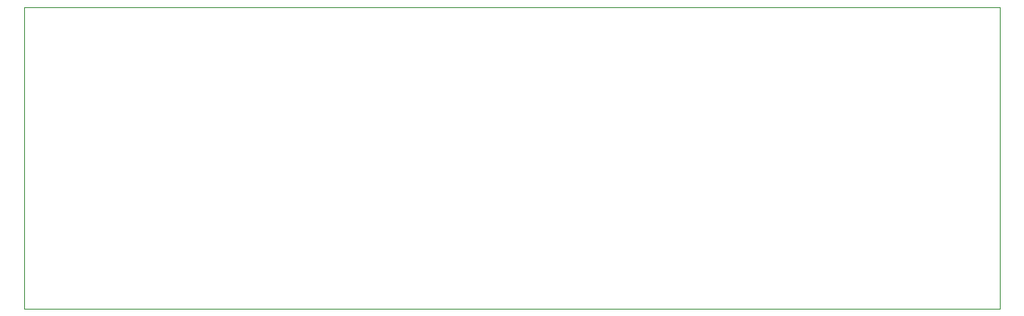
<source format=gko>
G75*
%MOIN*%
%OFA0B0*%
%FSLAX24Y24*%
%IPPOS*%
%LPD*%
%AMOC8*
5,1,8,0,0,1.08239X$1,22.5*
%
%ADD10C,0.0000*%
D10*
X000180Y000180D02*
X000180Y012676D01*
X040550Y012676D01*
X040550Y000180D01*
X000180Y000180D01*
M02*

</source>
